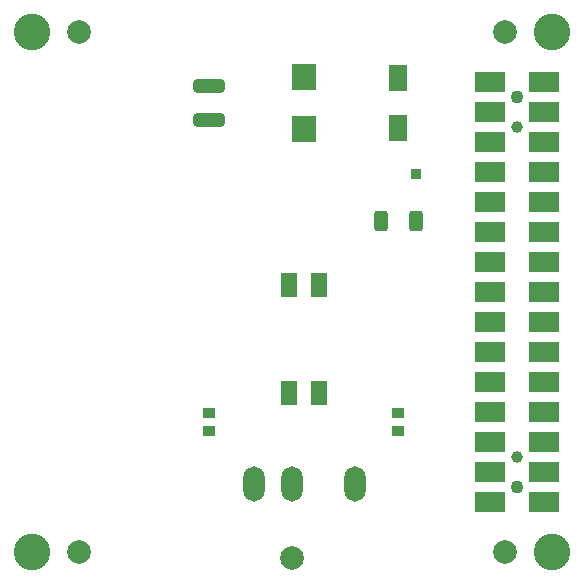
<source format=gbr>
%TF.GenerationSoftware,KiCad,Pcbnew,9.0.5-1.fc42*%
%TF.CreationDate,2025-11-07T12:43:21-08:00*%
%TF.ProjectId,adapter_relay_external,61646170-7465-4725-9f72-656c61795f65,1.0*%
%TF.SameCoordinates,Original*%
%TF.FileFunction,Soldermask,Bot*%
%TF.FilePolarity,Negative*%
%FSLAX46Y46*%
G04 Gerber Fmt 4.6, Leading zero omitted, Abs format (unit mm)*
G04 Created by KiCad (PCBNEW 9.0.5-1.fc42) date 2025-11-07 12:43:21*
%MOMM*%
%LPD*%
G01*
G04 APERTURE LIST*
G04 Aperture macros list*
%AMRoundRect*
0 Rectangle with rounded corners*
0 $1 Rounding radius*
0 $2 $3 $4 $5 $6 $7 $8 $9 X,Y pos of 4 corners*
0 Add a 4 corners polygon primitive as box body*
4,1,4,$2,$3,$4,$5,$6,$7,$8,$9,$2,$3,0*
0 Add four circle primitives for the rounded corners*
1,1,$1+$1,$2,$3*
1,1,$1+$1,$4,$5*
1,1,$1+$1,$6,$7*
1,1,$1+$1,$8,$9*
0 Add four rect primitives between the rounded corners*
20,1,$1+$1,$2,$3,$4,$5,0*
20,1,$1+$1,$4,$5,$6,$7,0*
20,1,$1+$1,$6,$7,$8,$9,0*
20,1,$1+$1,$8,$9,$2,$3,0*%
G04 Aperture macros list end*
%ADD10R,0.850000X0.850000*%
%ADD11C,2.000000*%
%ADD12C,3.100000*%
%ADD13C,1.100000*%
%ADD14C,1.000000*%
%ADD15R,1.020000X0.950000*%
%ADD16R,1.550000X2.300000*%
%ADD17R,1.450000X2.100000*%
%ADD18RoundRect,0.250000X-1.075000X0.312500X-1.075000X-0.312500X1.075000X-0.312500X1.075000X0.312500X0*%
%ADD19R,2.600000X1.700000*%
%ADD20R,2.150000X2.250000*%
%ADD21O,1.800000X3.000000*%
%ADD22RoundRect,0.250000X0.312500X0.625000X-0.312500X0.625000X-0.312500X-0.625000X0.312500X-0.625000X0*%
G04 APERTURE END LIST*
D10*
%TO.C,J4*%
X135462500Y-115000000D03*
%TD*%
D11*
%TO.C,REF\u002A\u002A*%
X107000000Y-103000000D03*
%TD*%
%TO.C,REF\u002A\u002A*%
X107000000Y-147000000D03*
%TD*%
D12*
%TO.C,REF\u002A\u002A*%
X103000000Y-147000000D03*
%TD*%
D11*
%TO.C,REF\u002A\u002A*%
X143000000Y-103000000D03*
%TD*%
%TO.C,REF\u002A\u002A*%
X143000000Y-147000000D03*
%TD*%
D13*
%TO.C,J1*%
X144050000Y-108490000D03*
D14*
X144050000Y-111030000D03*
X144050000Y-138970000D03*
D13*
X144050000Y-141510000D03*
%TD*%
D12*
%TO.C,REF\u002A\u002A*%
X147000000Y-147000000D03*
%TD*%
%TO.C,REF\u002A\u002A*%
X103000000Y-103000000D03*
%TD*%
%TO.C,REF\u002A\u002A*%
X147000000Y-103000000D03*
%TD*%
D15*
%TO.C,F1*%
X134000000Y-136785000D03*
X134000000Y-135215000D03*
%TD*%
D16*
%TO.C,D1*%
X134000000Y-106850000D03*
X134000000Y-111150000D03*
%TD*%
D17*
%TO.C,U1*%
X124730000Y-124450000D03*
X127270000Y-124450000D03*
X127270000Y-133550000D03*
X124730000Y-133550000D03*
%TD*%
D18*
%TO.C,R1*%
X118000000Y-107537500D03*
X118000000Y-110462500D03*
%TD*%
D13*
%TO.C,J2*%
X144050000Y-141510000D03*
D14*
X144050000Y-138970000D03*
X144050000Y-111030000D03*
D13*
X144050000Y-108490000D03*
D19*
X146350000Y-107220000D03*
X146350000Y-109760000D03*
X146350000Y-112300000D03*
X146350000Y-114840000D03*
X146350000Y-117380000D03*
X146350000Y-119920000D03*
X146350000Y-122460000D03*
X146350000Y-125000000D03*
X146350000Y-127540000D03*
X146350000Y-130080000D03*
X146350000Y-132620000D03*
X146350000Y-135160000D03*
X146350000Y-137700000D03*
X146350000Y-140240000D03*
X146350000Y-142780000D03*
X141750000Y-107220000D03*
X141750000Y-109760000D03*
X141750000Y-112300000D03*
X141750000Y-114840000D03*
X141750000Y-117380000D03*
X141750000Y-119920000D03*
X141750000Y-122460000D03*
X141750000Y-125000000D03*
X141750000Y-127540000D03*
X141750000Y-130080000D03*
X141750000Y-132620000D03*
X141750000Y-135160000D03*
X141750000Y-137700000D03*
X141750000Y-140240000D03*
X141750000Y-142780000D03*
%TD*%
D15*
%TO.C,F2*%
X118000000Y-135215000D03*
X118000000Y-136785000D03*
%TD*%
D20*
%TO.C,D2*%
X126000000Y-106800000D03*
X126000000Y-111200000D03*
%TD*%
D11*
%TO.C,J3*%
X125000000Y-147500000D03*
D21*
X130300000Y-141300000D03*
X125000000Y-141300000D03*
X121800000Y-141300000D03*
%TD*%
D22*
%TO.C,R2*%
X135462500Y-119000000D03*
X132537500Y-119000000D03*
%TD*%
M02*

</source>
